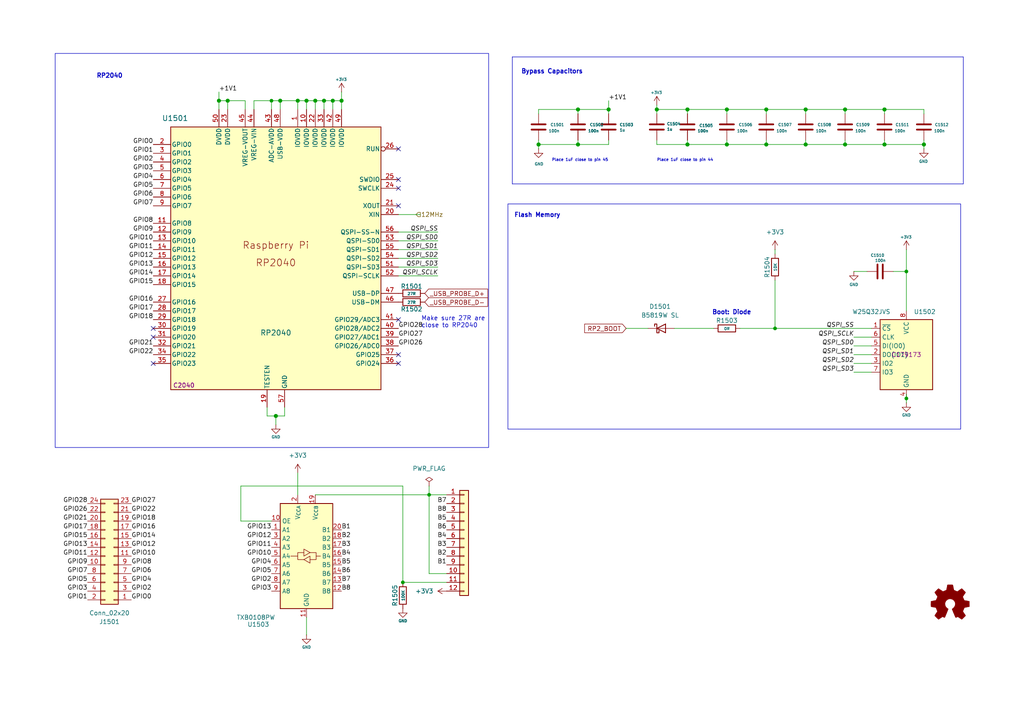
<source format=kicad_sch>
(kicad_sch (version 20231120) (generator "eeschema") (generator_version "8.0")
  (paper "A4")
  (title_block (title "Octoprobe tentacle") (date "2025-02-13") (rev "0.4") (company "Hans Märki, Märki Informatik") (comment 1 "The MIT License (MIT)"))
  (lib_symbols
    (symbol "00_project_library:C" (pin_numbers hide) (pin_names (offset 0.254))
      (property "Reference" "C" (at 0.635 2.54 0))
      (property "Value" "C" (at 0.635 -2.54 0))
      (symbol "C_0_1"
        (polyline (pts (xy -2.032 -0.762) (xy 2.032 -0.762)) (stroke (width 0.508)))
        (polyline (pts (xy -2.032 0.762) (xy 2.032 0.762)) (stroke (width 0.508)))
      )
      (symbol "C_1_1"
        (pin passive line (at 0 3.81 270) (length 2.794) (name "~") (number "1"))
        (pin passive line (at 0 -3.81 90) (length 2.794) (name "~") (number "2"))
      )
    )
    (symbol "00_project_library:RP2040" (pin_names (offset 0.254))
      (property "Reference" "U" (at 1.27 78.74 0))
      (property "Value" "RP2040" (at 30.48 16.51 0))
      (symbol "RP2040_0_0"
        (text "Raspberry Pi" (at 30.48 41.91 0) (effects (font (size 2 2))))
        (text "RP2040" (at 30.48 36.83 0) (effects (font (size 2 2))))
      )
      (symbol "RP2040_1_0"
        (rectangle (start 0 76.2) (end 60.96 0) (stroke (width 0.254)) (fill (type background)))
      )
      (symbol "RP2040_1_1"
        (pin power_in line (at 36.83 81.28 270) (length 5.08) (name "IOVDD") (number "1"))
        (pin power_in line (at 39.37 81.28 270) (length 5.08) (name "IOVDD") (number "10"))
        (pin bidirectional line (at -5.08 48.26 0) (length 5.08) (name "GPIO8") (number "11"))
        (pin bidirectional line (at -5.08 45.72 0) (length 5.08) (name "GPIO9") (number "12"))
        (pin bidirectional line (at -5.08 43.18 0) (length 5.08) (name "GPIO10") (number "13"))
        (pin bidirectional line (at -5.08 40.64 0) (length 5.08) (name "GPIO11") (number "14"))
        (pin bidirectional line (at -5.08 38.1 0) (length 5.08) (name "GPIO12") (number "15"))
        (pin bidirectional line (at -5.08 35.56 0) (length 5.08) (name "GPIO13") (number "16"))
        (pin bidirectional line (at -5.08 33.02 0) (length 5.08) (name "GPIO14") (number "17"))
        (pin bidirectional line (at -5.08 30.48 0) (length 5.08) (name "GPIO15") (number "18"))
        (pin input line (at 27.94 -5.08 90) (length 5.08) (name "TESTEN") (number "19"))
        (pin bidirectional line (at -5.08 71.12 0) (length 5.08) (name "GPIO0") (number "2"))
        (pin bidirectional line (at 66.04 50.8 180) (length 5.08) (name "XIN") (number "20"))
        (pin output line (at 66.04 53.34 180) (length 5.08) (name "XOUT") (number "21"))
        (pin power_in line (at 41.91 81.28 270) (length 5.08) (name "IOVDD") (number "22"))
        (pin power_in line (at 16.51 81.28 270) (length 5.08) (name "DVDD") (number "23"))
        (pin unspecified line (at 66.04 58.42 180) (length 5.08) (name "SWCLK") (number "24"))
        (pin unspecified line (at 66.04 60.96 180) (length 5.08) (name "SWDIO") (number "25"))
        (pin input inverted (at 66.04 69.85 180) (length 5.08) (name "RUN") (number "26"))
        (pin bidirectional line (at -5.08 25.4 0) (length 5.08) (name "GPIO16") (number "27"))
        (pin bidirectional line (at -5.08 22.86 0) (length 5.08) (name "GPIO17") (number "28"))
        (pin bidirectional line (at -5.08 20.32 0) (length 5.08) (name "GPIO18") (number "29"))
        (pin bidirectional line (at -5.08 68.58 0) (length 5.08) (name "GPIO1") (number "3"))
        (pin bidirectional line (at -5.08 17.78 0) (length 5.08) (name "GPIO19") (number "30"))
        (pin bidirectional line (at -5.08 15.24 0) (length 5.08) (name "GPIO20") (number "31"))
        (pin bidirectional line (at -5.08 12.7 0) (length 5.08) (name "GPIO21") (number "32"))
        (pin power_in line (at 44.45 81.28 270) (length 5.08) (name "IOVDD") (number "33"))
        (pin bidirectional line (at -5.08 10.16 0) (length 5.08) (name "GPIO22") (number "34"))
        (pin bidirectional line (at -5.08 7.62 0) (length 5.08) (name "GPIO23") (number "35"))
        (pin bidirectional line (at 66.04 7.62 180) (length 5.08) (name "GPIO24") (number "36"))
        (pin bidirectional line (at 66.04 10.16 180) (length 5.08) (name "GPIO25") (number "37"))
        (pin bidirectional line (at 66.04 12.7 180) (length 5.08) (name "GPIO26/ADC0") (number "38"))
        (pin bidirectional line (at 66.04 15.24 180) (length 5.08) (name "GPIO27/ADC1") (number "39"))
        (pin bidirectional line (at -5.08 66.04 0) (length 5.08) (name "GPIO2") (number "4"))
        (pin bidirectional line (at 66.04 17.78 180) (length 5.08) (name "GPIO28/ADC2") (number "40"))
        (pin bidirectional line (at 66.04 20.32 180) (length 5.08) (name "GPIO29/ADC3") (number "41"))
        (pin power_in line (at 46.99 81.28 270) (length 5.08) (name "IOVDD") (number "42"))
        (pin power_in line (at 29.21 81.28 270) (length 5.08) (name "ADC-AVDD") (number "43"))
        (pin power_in line (at 24.13 81.28 270) (length 5.08) (name "VREG-VIN") (number "44"))
        (pin power_out line (at 21.59 81.28 270) (length 5.08) (name "VREG-VOUT") (number "45"))
        (pin bidirectional line (at 66.04 25.4 180) (length 5.08) (name "USB-DM") (number "46"))
        (pin bidirectional line (at 66.04 27.94 180) (length 5.08) (name "USB-DP") (number "47"))
        (pin power_in line (at 31.75 81.28 270) (length 5.08) (name "USB-VDD") (number "48"))
        (pin power_in line (at 49.53 81.28 270) (length 5.08) (name "IOVDD") (number "49"))
        (pin bidirectional line (at -5.08 63.5 0) (length 5.08) (name "GPIO3") (number "5"))
        (pin power_in line (at 13.97 81.28 270) (length 5.08) (name "DVDD") (number "50"))
        (pin bidirectional line (at 66.04 35.56 180) (length 5.08) (name "QSPI-SD3") (number "51"))
        (pin bidirectional line (at 66.04 33.02 180) (length 5.08) (name "QSPI-SCLK") (number "52"))
        (pin bidirectional line (at 66.04 43.18 180) (length 5.08) (name "QSPI-SD0") (number "53"))
        (pin bidirectional line (at 66.04 38.1 180) (length 5.08) (name "QSPI-SD2") (number "54"))
        (pin bidirectional line (at 66.04 40.64 180) (length 5.08) (name "QSPI-SD1") (number "55"))
        (pin bidirectional line (at 66.04 45.72 180) (length 5.08) (name "QSPI-SS-N") (number "56"))
        (pin power_in line (at 33.02 -5.08 90) (length 5.08) (name "GND") (number "57"))
        (pin bidirectional line (at -5.08 60.96 0) (length 5.08) (name "GPIO4") (number "6"))
        (pin bidirectional line (at -5.08 58.42 0) (length 5.08) (name "GPIO5") (number "7"))
        (pin bidirectional line (at -5.08 55.88 0) (length 5.08) (name "GPIO6") (number "8"))
        (pin bidirectional line (at -5.08 53.34 0) (length 5.08) (name "GPIO7") (number "9"))
      )
    )
    (symbol "00_project_library:W25Q32JVS"
      (property "Reference" "U" (at -8.89 8.89 0))
      (property "Value" "W25Q32JVS" (at 8.89 12.7 0))
      (property "JLC" "C179173" (at 0 0 0))
      (symbol "W25Q32JVS_0_1"
        (rectangle (start -7.62 10.16) (end 7.62 -10.16) (stroke (width 0.254)) (fill (type background)))
      )
      (symbol "W25Q32JVS_1_1"
        (pin input line (at -10.16 7.62 0) (length 2.54) (name "~{CS}") (number "1"))
        (pin bidirectional line (at -10.16 0 0) (length 2.54) (name "DO(IO1)") (number "2"))
        (pin bidirectional line (at -10.16 -2.54 0) (length 2.54) (name "IO2") (number "3"))
        (pin power_in line (at 0 -12.7 90) (length 2.54) (name "GND") (number "4"))
        (pin bidirectional line (at -10.16 2.54 0) (length 2.54) (name "DI(IO0)") (number "5"))
        (pin input line (at -10.16 5.08 0) (length 2.54) (name "CLK") (number "6"))
        (pin bidirectional line (at -10.16 -5.08 0) (length 2.54) (name "IO3") (number "7"))
        (pin power_in line (at 0 12.7 270) (length 2.54) (name "VCC") (number "8"))
      )
    )
    (symbol "Connector_Generic:Conn_01x12" (pin_names (offset 1.016) hide)
      (property "Reference" "J" (at 0 15.24 0))
      (property "Value" "Conn_01x12" (at 0 -17.78 0))
      (symbol "Conn_01x12_1_1"
        (rectangle (start -1.27 -15.113) (end 0 -15.367) (stroke (width 0.1524)))
        (rectangle (start -1.27 -12.573) (end 0 -12.827) (stroke (width 0.1524)))
        (rectangle (start -1.27 -10.033) (end 0 -10.287) (stroke (width 0.1524)))
        (rectangle (start -1.27 -7.493) (end 0 -7.747) (stroke (width 0.1524)))
        (rectangle (start -1.27 -4.953) (end 0 -5.207) (stroke (width 0.1524)))
        (rectangle (start -1.27 -2.413) (end 0 -2.667) (stroke (width 0.1524)))
        (rectangle (start -1.27 0.127) (end 0 -0.127) (stroke (width 0.1524)))
        (rectangle (start -1.27 2.667) (end 0 2.413) (stroke (width 0.1524)))
        (rectangle (start -1.27 5.207) (end 0 4.953) (stroke (width 0.1524)))
        (rectangle (start -1.27 7.747) (end 0 7.493) (stroke (width 0.1524)))
        (rectangle (start -1.27 10.287) (end 0 10.033) (stroke (width 0.1524)))
        (rectangle (start -1.27 12.827) (end 0 12.573) (stroke (width 0.1524)))
        (rectangle (start -1.27 13.97) (end 1.27 -16.51) (stroke (width 0.254)) (fill (type background)))
        (pin passive line (at -5.08 12.7 0) (length 3.81) (name "Pin_1") (number "1"))
        (pin passive line (at -5.08 -10.16 0) (length 3.81) (name "Pin_10") (number "10"))
        (pin passive line (at -5.08 -12.7 0) (length 3.81) (name "Pin_11") (number "11"))
        (pin passive line (at -5.08 -15.24 0) (length 3.81) (name "Pin_12") (number "12"))
        (pin passive line (at -5.08 10.16 0) (length 3.81) (name "Pin_2") (number "2"))
        (pin passive line (at -5.08 7.62 0) (length 3.81) (name "Pin_3") (number "3"))
        (pin passive line (at -5.08 5.08 0) (length 3.81) (name "Pin_4") (number "4"))
        (pin passive line (at -5.08 2.54 0) (length 3.81) (name "Pin_5") (number "5"))
        (pin passive line (at -5.08 0 0) (length 3.81) (name "Pin_6") (number "6"))
        (pin passive line (at -5.08 -2.54 0) (length 3.81) (name "Pin_7") (number "7"))
        (pin passive line (at -5.08 -5.08 0) (length 3.81) (name "Pin_8") (number "8"))
        (pin passive line (at -5.08 -7.62 0) (length 3.81) (name "Pin_9") (number "9"))
      )
    )
    (symbol "Connector_Generic:Conn_02x12_Odd_Even" (pin_names (offset 1.016) hide)
      (property "Reference" "J" (at 1.27 15.24 0))
      (property "Value" "Conn_02x12_Odd_Even" (at 1.27 -17.78 0))
      (symbol "Conn_02x12_Odd_Even_1_1"
        (rectangle (start -1.27 -15.113) (end 0 -15.367) (stroke (width 0.1524)))
        (rectangle (start -1.27 -12.573) (end 0 -12.827) (stroke (width 0.1524)))
        (rectangle (start -1.27 -10.033) (end 0 -10.287) (stroke (width 0.1524)))
        (rectangle (start -1.27 -7.493) (end 0 -7.747) (stroke (width 0.1524)))
        (rectangle (start -1.27 -4.953) (end 0 -5.207) (stroke (width 0.1524)))
        (rectangle (start -1.27 -2.413) (end 0 -2.667) (stroke (width 0.1524)))
        (rectangle (start -1.27 0.127) (end 0 -0.127) (stroke (width 0.1524)))
        (rectangle (start -1.27 2.667) (end 0 2.413) (stroke (width 0.1524)))
        (rectangle (start -1.27 5.207) (end 0 4.953) (stroke (width 0.1524)))
        (rectangle (start -1.27 7.747) (end 0 7.493) (stroke (width 0.1524)))
        (rectangle (start -1.27 10.287) (end 0 10.033) (stroke (width 0.1524)))
        (rectangle (start -1.27 12.827) (end 0 12.573) (stroke (width 0.1524)))
        (rectangle (start -1.27 13.97) (end 3.81 -16.51) (stroke (width 0.254)) (fill (type background)))
        (rectangle (start 3.81 -15.113) (end 2.54 -15.367) (stroke (width 0.1524)))
        (rectangle (start 3.81 -12.573) (end 2.54 -12.827) (stroke (width 0.1524)))
        (rectangle (start 3.81 -10.033) (end 2.54 -10.287) (stroke (width 0.1524)))
        (rectangle (start 3.81 -7.493) (end 2.54 -7.747) (stroke (width 0.1524)))
        (rectangle (start 3.81 -4.953) (end 2.54 -5.207) (stroke (width 0.1524)))
        (rectangle (start 3.81 -2.413) (end 2.54 -2.667) (stroke (width 0.1524)))
        (rectangle (start 3.81 0.127) (end 2.54 -0.127) (stroke (width 0.1524)))
        (rectangle (start 3.81 2.667) (end 2.54 2.413) (stroke (width 0.1524)))
        (rectangle (start 3.81 5.207) (end 2.54 4.953) (stroke (width 0.1524)))
        (rectangle (start 3.81 7.747) (end 2.54 7.493) (stroke (width 0.1524)))
        (rectangle (start 3.81 10.287) (end 2.54 10.033) (stroke (width 0.1524)))
        (rectangle (start 3.81 12.827) (end 2.54 12.573) (stroke (width 0.1524)))
        (pin passive line (at -5.08 12.7 0) (length 3.81) (name "Pin_1") (number "1"))
        (pin passive line (at 7.62 2.54 180) (length 3.81) (name "Pin_10") (number "10"))
        (pin passive line (at -5.08 0 0) (length 3.81) (name "Pin_11") (number "11"))
        (pin passive line (at 7.62 0 180) (length 3.81) (name "Pin_12") (number "12"))
        (pin passive line (at -5.08 -2.54 0) (length 3.81) (name "Pin_13") (number "13"))
        (pin passive line (at 7.62 -2.54 180) (length 3.81) (name "Pin_14") (number "14"))
        (pin passive line (at -5.08 -5.08 0) (length 3.81) (name "Pin_15") (number "15"))
        (pin passive line (at 7.62 -5.08 180) (length 3.81) (name "Pin_16") (number "16"))
        (pin passive line (at -5.08 -7.62 0) (length 3.81) (name "Pin_17") (number "17"))
        (pin passive line (at 7.62 -7.62 180) (length 3.81) (name "Pin_18") (number "18"))
        (pin passive line (at -5.08 -10.16 0) (length 3.81) (name "Pin_19") (number "19"))
        (pin passive line (at 7.62 12.7 180) (length 3.81) (name "Pin_2") (number "2"))
        (pin passive line (at 7.62 -10.16 180) (length 3.81) (name "Pin_20") (number "20"))
        (pin passive line (at -5.08 -12.7 0) (length 3.81) (name "Pin_21") (number "21"))
        (pin passive line (at 7.62 -12.7 180) (length 3.81) (name "Pin_22") (number "22"))
        (pin passive line (at -5.08 -15.24 0) (length 3.81) (name "Pin_23") (number "23"))
        (pin passive line (at 7.62 -15.24 180) (length 3.81) (name "Pin_24") (number "24"))
        (pin passive line (at -5.08 10.16 0) (length 3.81) (name "Pin_3") (number "3"))
        (pin passive line (at 7.62 10.16 180) (length 3.81) (name "Pin_4") (number "4"))
        (pin passive line (at -5.08 7.62 0) (length 3.81) (name "Pin_5") (number "5"))
        (pin passive line (at 7.62 7.62 180) (length 3.81) (name "Pin_6") (number "6"))
        (pin passive line (at -5.08 5.08 0) (length 3.81) (name "Pin_7") (number "7"))
        (pin passive line (at 7.62 5.08 180) (length 3.81) (name "Pin_8") (number "8"))
        (pin passive line (at -5.08 2.54 0) (length 3.81) (name "Pin_9") (number "9"))
      )
    )
    (symbol "Device:D_Schottky" (pin_numbers hide) (pin_names (offset 1.016) hide)
      (property "Reference" "D" (at 0 2.54 0))
      (property "Value" "D_Schottky" (at 0 -2.54 0))
      (symbol "D_Schottky_0_1"
        (polyline (pts (xy 1.27 0) (xy -1.27 0)))
        (polyline (pts (xy 1.27 1.27) (xy 1.27 -1.27) (xy -1.27 0) (xy 1.27 1.27)) (stroke (width 0.254)))
        (polyline (pts (xy -1.905 0.635) (xy -1.905 1.27) (xy -1.27 1.27) (xy -1.27 -1.27) (xy -0.635 -1.27) (xy -0.635 -0.635)) (stroke (width 0.254)))
      )
      (symbol "D_Schottky_1_1"
        (pin passive line (at -3.81 0 0) (length 2.54) (name "K") (number "1"))
        (pin passive line (at 3.81 0 180) (length 2.54) (name "A") (number "2"))
      )
    )
    (symbol "Device:R" (pin_numbers hide) (pin_names (offset 0))
      (property "Reference" "R" (at 2.032 0 90))
      (property "Value" "R" (at 0 0 90))
      (symbol "R_0_1"
        (rectangle (start -1.016 -2.54) (end 1.016 2.54) (stroke (width 0.254)))
      )
      (symbol "R_1_1"
        (pin passive line (at 0 3.81 270) (length 1.27) (name "~") (number "1"))
        (pin passive line (at 0 -3.81 90) (length 1.27) (name "~") (number "2"))
      )
    )
    (symbol "Graphic:Logo_Open_Hardware_Small" (in_bom no) (on_board no)
      (symbol "Logo_Open_Hardware_Small_0_1"
        (polyline (pts (xy 3.3528 -4.3434) (xy 3.302 -4.318) (xy 3.175 -4.2418) (xy 2.9972 -4.1148) (xy 2.7686 -3.9624) (xy 2.54 -3.81) (xy 2.3622 -3.7084) (xy 2.2352 -3.6068) (xy 2.1844 -3.5814) (xy 2.159 -3.6068) (xy 2.0574 -3.6576) (xy 1.905 -3.7338) (xy 1.8034 -3.7846) (xy 1.6764 -3.8354) (xy 1.6002 -3.8354) (xy 1.6002 -3.8354) (xy 1.5494 -3.7338) (xy 1.4732 -3.5306) (xy 1.3462 -3.302) (xy 1.2446 -3.0226) (xy 1.1176 -2.7178) (xy 0.9652 -2.413) (xy 0.8636 -2.1082) (xy 0.7366 -1.8288) (xy 0.6604 -1.6256) (xy 0.6096 -1.4732) (xy 0.5842 -1.397) (xy 0.5842 -1.397) (xy 0.6604 -1.3208) (xy 0.7874 -1.2446) (xy 1.0414 -1.016) (xy 1.2954 -0.6858) (xy 1.4478 -0.3302) (xy 1.524 0.0762) (xy 1.4732 0.4572) (xy 1.3208 0.8128) (xy 1.0668 1.143) (xy 0.762 1.3716) (xy 0.4064 1.524) (xy 0 1.5748) (xy -0.381 1.5494) (xy -0.7366 1.397) (xy -1.0668 1.143) (xy -1.2192 0.9906) (xy -1.397 0.6604) (xy -1.524 0.3048) (xy -1.524 0.2286) (xy -1.4986 -0.1778) (xy -1.397 -0.5334) (xy -1.1938 -0.8636) (xy -0.9144 -1.143) (xy -0.8636 -1.1684) (xy -0.7366 -1.27) (xy -0.635 -1.3462) (xy -0.5842 -1.397) (xy -1.0668 -2.5908) (xy -1.143 -2.794) (xy -1.2954 -3.1242) (xy -1.397 -3.4036) (xy -1.4986 -3.6322) (xy -1.5748 -3.7846) (xy -1.6002 -3.8354) (xy -1.6002 -3.8354) (xy -1.651 -3.8354) (xy -1.7272 -3.81) (xy -1.905 -3.7338) (xy -2.0066 -3.683) (xy -2.1336 -3.6068) (xy -2.2098 -3.5814) (xy -2.2606 -3.6068) (xy -2.3622 -3.683) (xy -2.54 -3.81) (xy -2.7686 -3.9624) (xy -2.9718 -4.0894) (xy -3.1496 -4.2164) (xy -3.302 -4.318) (xy -3.3528 -4.3434) (xy -3.3782 -4.3434) (xy -3.429 -4.318) (xy -3.5306 -4.2164) (xy -3.7084 -4.064) (xy -3.937 -3.8354) (xy -3.9624 -3.81) (xy -4.1656 -3.6068) (xy -4.318 -3.4544) (xy -4.4196 -3.3274) (xy -4.445 -3.2766) (xy -4.445 -3.2766) (xy -4.4196 -3.2258) (xy -4.318 -3.0734) (xy -4.2164 -2.8956) (xy -4.064 -2.667) (xy -3.6576 -2.0828) (xy -3.8862 -1.5494) (xy -3.937 -1.3716) (xy -4.0386 -1.1684) (xy -4.0894 -1.0414) (xy -4.1148 -0.9652) (xy -4.191 -0.9398) (xy -4.318 -0.9144) (xy -4.5466 -0.8636) (xy -4.8006 -0.8128) (xy -5.0546 -0.7874) (xy -5.2578 -0.7366) (xy -5.4356 -0.7112) (xy -5.5118 -0.6858) (xy -5.5118 -0.6858) (xy -5.5372 -0.635) (xy -5.5372 -0.5588) (xy -5.5372 -0.4318) (xy -5.5626 -0.2286) (xy -5.5626 0.0762) (xy -5.5626 0.127) (xy -5.5372 0.4064) (xy -5.5372 0.635) (xy -5.5372 0.762) (xy -5.5372 0.8382) (xy -5.5372 0.8382) (xy -5.461 0.8382) (xy -5.3086 0.889) (xy -5.08 0.9144) (xy -4.826 0.9652) (xy -4.8006 0.9906) (xy -4.5466 1.0414) (xy -4.318 1.0668) (xy -4.1656 1.1176) (xy -4.0894 1.143) (xy -4.0894 1.143) (xy -4.0386 1.2446) (xy -3.9624 1.4224) (xy -3.8608 1.6256) (xy -3.7846 1.8288) (xy -3.7084 2.0066) (xy -3.6576 2.159) (xy -3.6322 2.2098) (xy -3.6322 2.2098) (xy -3.683 2.286) (xy -3.7592 2.413) (xy -3.8862 2.5908) (xy -4.064 2.8194) (xy -4.064 2.8448) (xy -4.2164 3.0734) (xy -4.3434 3.2512) (xy -4.4196 3.3782) (xy -4.445 3.4544) (xy -4.445 3.4544) (xy -4.3942 3.5052) (xy -4.2926 3.6322) (xy -4.1148 3.81) (xy -3.937 4.0132) (xy -3.8608 4.064) (xy -3.6576 4.2926) (xy -3.5052 4.4196) (xy -3.4036 4.4958) (xy -3.3528 4.5212) (xy -3.3528 4.5212) (xy -3.302 4.4704) (xy -3.1496 4.3688) (xy -2.9718 4.2418) (xy -2.7432 4.0894) (xy -2.7178 4.0894) (xy -2.4892 3.937) (xy -2.3114 3.81) (xy -2.1844 3.7084) (xy -2.1336 3.683) (xy -2.1082 3.683) (xy -2.032 3.7084) (xy -1.8542 3.7592) (xy -1.6764 3.8354) (xy -1.4732 3.937) (xy -1.27 4.0132) (xy -1.143 4.064) (xy -1.0668 4.1148) (xy -1.0668 4.1148) (xy -1.0414 4.191) (xy -1.016 4.3434) (xy -0.9652 4.572) (xy -0.9144 4.8514) (xy -0.889 4.9022) (xy -0.8382 5.1562) (xy -0.8128 5.3848) (xy -0.7874 5.5372) (xy -0.762 5.588) (xy -0.7112 5.6134) (xy -0.5842 5.6134) (xy -0.4064 5.6134) (xy -0.1524 5.6134) (xy 0.0762 5.6134) (xy 0.3302 5.6134) (xy 0.5334 5.6134) (xy 0.6858 5.588) (xy 0.7366 5.588) (xy 0.7366 5.588) (xy 0.762 5.5118) (xy 0.8128 5.334) (xy 0.8382 5.1054) (xy 0.9144 4.826) (xy 0.9144 4.7752) (xy 0.9652 4.5212) (xy 1.016 4.2926) (xy 1.0414 4.1402) (xy 1.0668 4.0894) (xy 1.0668 4.0894) (xy 1.1938 4.0386) (xy 1.3716 3.9624) (xy 1.5748 3.8608) (xy 2.0828 3.6576) (xy 2.7178 4.0894) (xy 2.7686 4.1402) (xy 2.9972 4.2926) (xy 3.175 4.4196) (xy 3.302 4.4958) (xy 3.3782 4.5212) (xy 3.3782 4.5212) (xy 3.429 4.4704) (xy 3.556 4.3434) (xy 3.7338 4.191) (xy 3.9116 3.9878) (xy 4.064 3.8354) (xy 4.2418 3.6576) (xy 4.3434 3.556) (xy 4.4196 3.4798) (xy 4.4196 3.429) (xy 4.4196 3.4036) (xy 4.3942 3.3274) (xy 4.2926 3.2004) (xy 4.1656 2.9972) (xy 4.0132 2.794) (xy 3.8862 2.5908) (xy 3.7592 2.3876) (xy 3.6576 2.2352) (xy 3.6322 2.159) (xy 3.6322 2.1336) (xy 3.683 2.0066) (xy 3.7592 1.8288) (xy 3.8608 1.6002) (xy 4.064 1.1176) (xy 4.3942 1.0414) (xy 4.5974 1.016) (xy 4.8768 0.9652) (xy 5.1308 0.9144) (xy 5.5372 0.8382) (xy 5.5626 -0.6604) (xy 5.4864 -0.6858) (xy 5.4356 -0.6858) (xy 5.2832 -0.7366) (xy 5.0546 -0.762) (xy 4.8006 -0.8128) (xy 4.5974 -0.8636) (xy 4.3688 -0.9144) (xy 4.2164 -0.9398) (xy 4.1402 -0.9398) (xy 4.1148 -0.9652) (xy 4.064 -1.0668) (xy 3.9878 -1.2446) (xy 3.9116 -1.4478) (xy 3.81 -1.651) (xy 3.7338 -1.8542) (xy 3.683 -2.0066) (xy 3.6576 -2.0828) (xy 3.683 -2.1336) (xy 3.7846 -2.2606) (xy 3.8862 -2.4638) (xy 4.0386 -2.667) (xy 4.191 -2.8956) (xy 4.318 -3.0734) (xy 4.3942 -3.2004) (xy 4.445 -3.2766) (xy 4.4196 -3.3274) (xy 4.3434 -3.429) (xy 4.1656 -3.5814) (xy 3.937 -3.8354) (xy 3.8862 -3.8608) (xy 3.683 -4.064) (xy 3.5306 -4.2164) (xy 3.4036 -4.318) (xy 3.3528 -4.3434)) (fill (type outline)))
      )
    )
    (symbol "Logic_LevelTranslator:TXB0108PW"
      (property "Reference" "U" (at -6.35 16.51 0))
      (property "Value" "TXB0108PW" (at 3.81 16.51 0))
      (symbol "TXB0108PW_0_1"
        (rectangle (start -7.62 15.24) (end 7.62 -15.24) (stroke (width 0.254)) (fill (type background)))
        (polyline (pts (xy -2.54 0) (xy -2.54 1.016) (xy -0.762 1.016)))
        (polyline (pts (xy 2.794 0) (xy 2.794 -1.016) (xy 1.016 -1.016)))
        (polyline (pts (xy -0.762 -1.016) (xy -2.54 -1.016) (xy -2.54 0) (xy -4.572 0)))
        (polyline (pts (xy -0.762 -1.016) (xy 1.016 0) (xy 1.016 -2.032) (xy -0.762 -1.016)))
        (polyline (pts (xy 1.016 1.016) (xy -0.762 0) (xy -0.762 2.032) (xy 1.016 1.016)))
        (polyline (pts (xy 1.016 1.016) (xy 2.794 1.016) (xy 2.794 0) (xy 4.064 0)))
      )
      (symbol "TXB0108PW_1_1"
        (pin bidirectional line (at -10.16 7.62 0) (length 2.54) (name "A1") (number "1"))
        (pin input line (at -10.16 10.16 0) (length 2.54) (name "OE") (number "10"))
        (pin power_in line (at 0 -17.78 90) (length 2.54) (name "GND") (number "11"))
        (pin bidirectional line (at 10.16 -10.16 180) (length 2.54) (name "B8") (number "12"))
        (pin bidirectional line (at 10.16 -7.62 180) (length 2.54) (name "B7") (number "13"))
        (pin bidirectional line (at 10.16 -5.08 180) (length 2.54) (name "B6") (number "14"))
        (pin bidirectional line (at 10.16 -2.54 180) (length 2.54) (name "B5") (number "15"))
        (pin bidirectional line (at 10.16 0 180) (length 2.54) (name "B4") (number "16"))
        (pin bidirectional line (at 10.16 2.54 180) (length 2.54) (name "B3") (number "17"))
        (pin bidirectional line (at 10.16 5.08 180) (length 2.54) (name "B2") (number "18"))
        (pin power_in line (at 2.54 17.78 270) (length 2.54) (name "V_{CCB}") (number "19"))
        (pin power_in line (at -2.54 17.78 270) (length 2.54) (name "V_{CCA}") (number "2"))
        (pin bidirectional line (at 10.16 7.62 180) (length 2.54) (name "B1") (number "20"))
        (pin bidirectional line (at -10.16 5.08 0) (length 2.54) (name "A2") (number "3"))
        (pin bidirectional line (at -10.16 2.54 0) (length 2.54) (name "A3") (number "4"))
        (pin bidirectional line (at -10.16 0 0) (length 2.54) (name "A4") (number "5"))
        (pin bidirectional line (at -10.16 -2.54 0) (length 2.54) (name "A5") (number "6"))
        (pin bidirectional line (at -10.16 -5.08 0) (length 2.54) (name "A6") (number "7"))
        (pin bidirectional line (at -10.16 -7.62 0) (length 2.54) (name "A7") (number "8"))
        (pin bidirectional line (at -10.16 -10.16 0) (length 2.54) (name "A8") (number "9"))
      )
    )
    (symbol "power:+3V3" (power) (pin_numbers hide) (pin_names (offset 0) hide)
      (property "Value" "+3V3" (at 0 3.556 0))
      (symbol "+3V3_0_1"
        (polyline (pts (xy -0.762 1.27) (xy 0 2.54)))
        (polyline (pts (xy 0 0) (xy 0 2.54)))
        (polyline (pts (xy 0 2.54) (xy 0.762 1.27)))
      )
      (symbol "+3V3_1_1"
        (pin power_in line (at 0 0 90) (length 0) (name "~") (number "1"))
      )
    )
    (symbol "power:GND" (power) (pin_numbers hide) (pin_names (offset 0) hide)
      (property "Value" "GND" (at 0 -3.81 0))
      (symbol "GND_0_1"
        (polyline (pts (xy 0 0) (xy 0 -1.27) (xy 1.27 -1.27) (xy 0 -2.54) (xy -1.27 -1.27) (xy 0 -1.27)))
      )
      (symbol "GND_1_1"
        (pin power_in line (at 0 0 270) (length 0) (name "~") (number "1"))
      )
    )
    (symbol "power:PWR_FLAG" (power) (pin_numbers hide) (pin_names (offset 0) hide)
      (property "Value" "PWR_FLAG" (at 0 3.81 0))
      (symbol "PWR_FLAG_0_0"
        (pin power_out line (at 0 0 90) (length 0) (name "~") (number "1"))
      )
      (symbol "PWR_FLAG_0_1"
        (polyline (pts (xy 0 0) (xy 0 1.27) (xy -1.016 1.905) (xy 0 2.54) (xy 1.016 1.905) (xy 0 1.27)))
      )
    )
  )
  (junction (at 91.44 29.21) (diameter 1.016))
  (junction (at 80.01 120.65) (diameter 1.016))
  (junction (at 262.89 78.74))
  (junction (at 176.53 31.75) (diameter 1.016))
  (junction (at 262.89 115.57))
  (junction (at 99.06 29.21) (diameter 1.016))
  (junction (at 222.25 31.75) (diameter 1.016))
  (junction (at 156.21 41.91) (diameter 1.016))
  (junction (at 78.74 29.21))
  (junction (at 233.68 31.75) (diameter 1.016))
  (junction (at 63.5 29.21) (diameter 1.016))
  (junction (at 222.25 41.91) (diameter 1.016))
  (junction (at 245.11 31.75) (diameter 1.016))
  (junction (at 88.9 29.21) (diameter 1.016))
  (junction (at 167.64 41.91) (diameter 1.016))
  (junction (at 81.28 29.21) (diameter 1.016))
  (junction (at 210.82 31.75) (diameter 1.016))
  (junction (at 190.5 31.75) (diameter 1.016))
  (junction (at 267.97 41.91) (diameter 1.016))
  (junction (at 96.52 29.21) (diameter 1.016))
  (junction (at 86.36 29.21) (diameter 1.016))
  (junction (at 116.84 168.91))
  (junction (at 124.46 143.51))
  (junction (at 66.04 29.21) (diameter 1.016))
  (junction (at 224.79 95.25))
  (junction (at 256.54 31.75) (diameter 1.016))
  (junction (at 199.39 41.91) (diameter 1.016))
  (junction (at 210.82 41.91) (diameter 1.016))
  (junction (at 256.54 41.91) (diameter 1.016))
  (junction (at 93.98 29.21) (diameter 1.016))
  (junction (at 233.68 41.91) (diameter 1.016))
  (junction (at 245.11 41.91) (diameter 1.016))
  (junction (at 167.64 31.75) (diameter 1.016))
  (junction (at 199.39 31.75) (diameter 1.016))
  (no_connect (at 44.45 95.25))
  (no_connect (at 44.45 105.41))
  (no_connect (at 115.57 105.41))
  (no_connect (at 115.57 102.87))
  (no_connect (at 115.57 52.07))
  (no_connect (at 115.57 59.69))
  (no_connect (at 115.57 92.71))
  (no_connect (at 115.57 54.61))
  (no_connect (at 115.57 43.18))
  (no_connect (at 44.45 97.79))
  (wire (pts (xy 86.36 137.16) (xy 86.36 143.51)))
  (wire (pts (xy 99.06 31.75) (xy 99.06 29.21)))
  (wire (pts (xy 91.44 143.51) (xy 124.46 143.51)))
  (wire (pts (xy 115.57 69.85) (xy 127 69.85)))
  (wire (pts (xy 80.01 120.65) (xy 82.55 120.65)))
  (wire (pts (xy 82.55 120.65) (xy 82.55 118.11)))
  (wire (pts (xy 91.44 29.21) (xy 93.98 29.21)))
  (wire (pts (xy 116.84 168.91) (xy 129.54 168.91)))
  (wire (pts (xy 81.28 31.75) (xy 81.28 29.21)))
  (wire (pts (xy 222.25 41.91) (xy 210.82 41.91)))
  (wire (pts (xy 96.52 29.21) (xy 99.06 29.21)))
  (wire (pts (xy 93.98 29.21) (xy 96.52 29.21)))
  (wire (pts (xy 256.54 33.02) (xy 256.54 31.75)))
  (wire (pts (xy 262.89 78.74) (xy 262.89 90.17)))
  (wire (pts (xy 124.46 143.51) (xy 129.54 143.51)))
  (wire (pts (xy 199.39 40.64) (xy 199.39 41.91)))
  (wire (pts (xy 115.57 62.23) (xy 121.92 62.23)))
  (wire (pts (xy 252.73 105.41) (xy 247.65 105.41)))
  (wire (pts (xy 233.68 33.02) (xy 233.68 31.75)))
  (polyline (pts (xy 148.59 16.51) (xy 148.59 53.34)))
  (wire (pts (xy 190.5 31.75) (xy 190.5 33.02)))
  (wire (pts (xy 167.64 41.91) (xy 167.64 40.64)))
  (wire (pts (xy 256.54 31.75) (xy 267.97 31.75)))
  (wire (pts (xy 262.89 115.57) (xy 262.89 116.84)))
  (wire (pts (xy 115.57 67.31) (xy 127 67.31)))
  (wire (pts (xy 199.39 31.75) (xy 210.82 31.75)))
  (wire (pts (xy 78.74 31.75) (xy 78.74 29.21)))
  (wire (pts (xy 256.54 41.91) (xy 245.11 41.91)))
  (wire (pts (xy 224.79 95.25) (xy 252.73 95.25)))
  (wire (pts (xy 80.01 123.19) (xy 80.01 120.65)))
  (wire (pts (xy 252.73 100.33) (xy 247.65 100.33)))
  (polyline (pts (xy 279.4 53.34) (xy 148.59 53.34)))
  (wire (pts (xy 190.5 40.64) (xy 190.5 41.91)))
  (wire (pts (xy 245.11 41.91) (xy 233.68 41.91)))
  (wire (pts (xy 245.11 40.64) (xy 245.11 41.91)))
  (wire (pts (xy 69.85 151.13) (xy 78.74 151.13)))
  (wire (pts (xy 156.21 41.91) (xy 167.64 41.91)))
  (wire (pts (xy 247.65 78.74) (xy 251.46 78.74)))
  (wire (pts (xy 88.9 29.21) (xy 91.44 29.21)))
  (wire (pts (xy 115.57 72.39) (xy 127 72.39)))
  (wire (pts (xy 78.74 29.21) (xy 81.28 29.21)))
  (wire (pts (xy 93.98 31.75) (xy 93.98 29.21)))
  (wire (pts (xy 245.11 31.75) (xy 256.54 31.75)))
  (wire (pts (xy 267.97 41.91) (xy 267.97 43.18)))
  (wire (pts (xy 63.5 26.67) (xy 63.5 29.21)))
  (wire (pts (xy 66.04 31.75) (xy 66.04 29.21)))
  (wire (pts (xy 77.47 120.65) (xy 77.47 118.11)))
  (wire (pts (xy 86.36 31.75) (xy 86.36 29.21)))
  (wire (pts (xy 245.11 33.02) (xy 245.11 31.75)))
  (wire (pts (xy 224.79 81.28) (xy 224.79 95.25)))
  (wire (pts (xy 252.73 97.79) (xy 247.65 97.79)))
  (wire (pts (xy 267.97 33.02) (xy 267.97 31.75)))
  (wire (pts (xy 176.53 29.21) (xy 176.53 31.75)))
  (wire (pts (xy 73.66 31.75) (xy 73.66 29.21)))
  (wire (pts (xy 259.08 78.74) (xy 262.89 78.74)))
  (wire (pts (xy 190.5 31.75) (xy 199.39 31.75)))
  (wire (pts (xy 190.5 41.91) (xy 199.39 41.91)))
  (wire (pts (xy 262.89 72.39) (xy 262.89 78.74)))
  (wire (pts (xy 195.58 95.25) (xy 207.01 95.25)))
  (wire (pts (xy 69.85 140.97) (xy 116.84 140.97)))
  (wire (pts (xy 91.44 31.75) (xy 91.44 29.21)))
  (wire (pts (xy 86.36 29.21) (xy 88.9 29.21)))
  (wire (pts (xy 96.52 29.21) (xy 96.52 31.75)))
  (wire (pts (xy 267.97 40.64) (xy 267.97 41.91)))
  (wire (pts (xy 210.82 40.64) (xy 210.82 41.91)))
  (wire (pts (xy 262.89 114.3) (xy 262.89 115.57)))
  (wire (pts (xy 156.21 31.75) (xy 167.64 31.75)))
  (wire (pts (xy 71.12 29.21) (xy 66.04 29.21)))
  (wire (pts (xy 181.61 95.25) (xy 187.96 95.25)))
  (wire (pts (xy 124.46 143.51) (xy 124.46 166.37)))
  (wire (pts (xy 176.53 31.75) (xy 176.53 33.02)))
  (wire (pts (xy 124.46 166.37) (xy 129.54 166.37)))
  (wire (pts (xy 69.85 151.13) (xy 69.85 140.97)))
  (wire (pts (xy 252.73 107.95) (xy 247.65 107.95)))
  (wire (pts (xy 214.63 95.25) (xy 224.79 95.25)))
  (wire (pts (xy 233.68 40.64) (xy 233.68 41.91)))
  (wire (pts (xy 73.66 29.21) (xy 78.74 29.21)))
  (wire (pts (xy 156.21 41.91) (xy 156.21 43.18)))
  (wire (pts (xy 233.68 41.91) (xy 222.25 41.91)))
  (wire (pts (xy 224.79 72.39) (xy 224.79 73.66)))
  (wire (pts (xy 233.68 31.75) (xy 245.11 31.75)))
  (wire (pts (xy 210.82 33.02) (xy 210.82 31.75)))
  (wire (pts (xy 124.46 140.97) (xy 124.46 143.51)))
  (polyline (pts (xy 148.59 16.51) (xy 279.4 16.51)))
  (wire (pts (xy 167.64 31.75) (xy 176.53 31.75)))
  (wire (pts (xy 88.9 31.75) (xy 88.9 29.21)))
  (wire (pts (xy 176.53 41.91) (xy 167.64 41.91)))
  (wire (pts (xy 116.84 140.97) (xy 116.84 168.91)))
  (wire (pts (xy 81.28 29.21) (xy 86.36 29.21)))
  (wire (pts (xy 222.25 31.75) (xy 233.68 31.75)))
  (wire (pts (xy 252.73 102.87) (xy 247.65 102.87)))
  (wire (pts (xy 222.25 40.64) (xy 222.25 41.91)))
  (wire (pts (xy 63.5 29.21) (xy 63.5 31.75)))
  (wire (pts (xy 88.9 184.15) (xy 88.9 179.07)))
  (wire (pts (xy 80.01 120.65) (xy 77.47 120.65)))
  (wire (pts (xy 63.5 29.21) (xy 66.04 29.21)))
  (wire (pts (xy 167.64 33.02) (xy 167.64 31.75)))
  (wire (pts (xy 210.82 41.91) (xy 199.39 41.91)))
  (wire (pts (xy 256.54 41.91) (xy 267.97 41.91)))
  (wire (pts (xy 156.21 40.64) (xy 156.21 41.91)))
  (polyline (pts (xy 279.4 16.51) (xy 279.4 53.34)))
  (wire (pts (xy 99.06 26.67) (xy 99.06 29.21)))
  (wire (pts (xy 115.57 80.01) (xy 127 80.01)))
  (wire (pts (xy 256.54 40.64) (xy 256.54 41.91)))
  (wire (pts (xy 115.57 77.47) (xy 127 77.47)))
  (wire (pts (xy 190.5 30.48) (xy 190.5 31.75)))
  (wire (pts (xy 71.12 31.75) (xy 71.12 29.21)))
  (wire (pts (xy 176.53 40.64) (xy 176.53 41.91)))
  (wire (pts (xy 156.21 33.02) (xy 156.21 31.75)))
  (wire (pts (xy 210.82 31.75) (xy 222.25 31.75)))
  (wire (pts (xy 222.25 33.02) (xy 222.25 31.75)))
  (wire (pts (xy 199.39 33.02) (xy 199.39 31.75)))
  (wire (pts (xy 115.57 74.93) (xy 127 74.93)))
  (rectangle (start 147.32 59.1509) (end 278.638 124.46))
  (rectangle (start 16.002 15.494) (end 141.732 129.794))
  (text "Make sure 27R are\nclose to RP2040" (at 122.174 95.25 0) (effects (font (size 1.27 1.27)) (justify left bottom)))
  (text "RP2040" (at 27.94 22.86 0) (effects (font (size 1.27 1.27) (thickness 0.254) (bold yes)) (justify left bottom)))
  (text "Place 1uF close to pin 44" (at 190.5 46.99 0) (effects (font (size 0.8 0.8)) (justify left bottom)))
  (text "Place 1uF close to pin 45" (at 160.02 46.99 0) (effects (font (size 0.8 0.8)) (justify left bottom)))
  (text "Boot: Diode" (at 206.502 91.44 0) (effects (font (size 1.27 1.27) (thickness 0.254) (bold yes)) (justify left bottom)))
  (text "Flash Memory" (at 149.098 63.246 0) (effects (font (size 1.27 1.27) (thickness 0.254) (bold yes)) (justify left bottom)))
  (text "Bypass Capacitors" (at 151.13 21.59 0) (effects (font (size 1.27 1.27) (thickness 0.254) (bold yes)) (justify left bottom)))
  (label "GPIO12" (at 38.1 158.75 0))
  (label "QSPI_SS" (at 247.65 95.25 180) (effects (font (italic yes))))
  (label "QSPI_SCLK" (at 127 80.01 180) (effects (font (italic yes))))
  (label "GPIO14" (at 44.45 80.01 180))
  (label "GPIO27" (at 38.1 146.05 0))
  (label "B1" (at 129.54 163.83 180))
  (label "+1V1" (at 63.5 26.67 0))
  (label "GPIO9" (at 44.45 67.31 180))
  (label "GPIO28" (at 115.57 95.25 0))
  (label "GPIO18" (at 44.45 92.71 180))
  (label "GPIO2" (at 44.45 46.99 180))
  (label "GPIO5" (at 78.74 166.37 180))
  (label "QSPI_SD1" (at 247.65 102.87 180) (effects (font (italic yes))))
  (label "B3" (at 99.06 158.75 0))
  (label "GPIO22" (at 44.45 102.87 180))
  (label "QSPI_SD1" (at 127 72.39 180) (effects (font (italic yes))))
  (label "QSPI_SD3" (at 247.65 107.95 180) (effects (font (italic yes))))
  (label "GPIO7" (at 44.45 59.69 180))
  (label "B7" (at 129.54 146.05 180))
  (label "GPIO27" (at 115.57 97.79 0))
  (label "GPIO6" (at 38.1 166.37 0))
  (label "GPIO10" (at 78.74 161.29 180))
  (label "B4" (at 99.06 161.29 0))
  (label "QSPI_SD2" (at 127 74.93 180) (effects (font (italic yes))))
  (label "GPIO0" (at 44.45 41.91 180))
  (label "GPIO3" (at 78.74 171.45 180))
  (label "GPIO15" (at 44.45 82.55 180))
  (label "GPIO12" (at 44.45 74.93 180))
  (label "QSPI_SS" (at 127 67.31 180) (effects (font (italic yes))))
  (label "GPIO11" (at 44.45 72.39 180))
  (label "GPIO9" (at 25.4 163.83 180))
  (label "GPIO16" (at 44.45 87.63 180))
  (label "B1" (at 99.06 153.67 0))
  (label "B2" (at 129.54 161.29 180))
  (label "GPIO16" (at 38.1 153.67 0))
  (label "GPIO11" (at 25.4 161.29 180))
  (label "B6" (at 129.54 153.67 180))
  (label "GPIO3" (at 25.4 171.45 180))
  (label "B3" (at 129.54 158.75 180))
  (label "GPIO8" (at 38.1 163.83 0))
  (label "GPIO4" (at 44.45 52.07 180))
  (label "GPIO26" (at 115.57 100.33 0))
  (label "GPIO21" (at 44.45 100.33 180))
  (label "QSPI_SD2" (at 247.65 105.41 180) (effects (font (italic yes))))
  (label "GPIO17" (at 44.45 90.17 180))
  (label "B6" (at 99.06 166.37 0))
  (label "GPIO7" (at 25.4 166.37 180))
  (label "GPIO18" (at 38.1 151.13 0))
  (label "GPIO1" (at 25.4 173.99 180))
  (label "+1V1" (at 176.53 29.21 0))
  (label "GPIO6" (at 44.45 57.15 180))
  (label "GPIO28" (at 25.4 146.05 180))
  (label "QSPI_SD3" (at 127 77.47 180) (effects (font (italic yes))))
  (label "GPIO13" (at 44.45 77.47 180))
  (label "GPIO10" (at 38.1 161.29 0))
  (label "GPIO13" (at 25.4 158.75 180))
  (label "GPIO5" (at 44.45 54.61 180))
  (label "GPIO5" (at 25.4 168.91 180))
  (label "B7" (at 99.06 168.91 0))
  (label "QSPI_SD0" (at 247.65 100.33 180) (effects (font (italic yes))))
  (label "GPIO8" (at 44.45 64.77 180))
  (label "GPIO4" (at 38.1 168.91 0))
  (label "QSPI_SD0" (at 127 69.85 180) (effects (font (italic yes))))
  (label "GPIO12" (at 78.74 156.21 180))
  (label "GPIO21" (at 25.4 151.13 180))
  (label "B8" (at 99.06 171.45 0))
  (label "GPIO1" (at 44.45 44.45 180))
  (label "GPIO26" (at 25.4 148.59 180))
  (label "GPIO17" (at 25.4 153.67 180))
  (label "GPIO13" (at 78.74 153.67 180))
  (label "GPIO11" (at 78.74 158.75 180))
  (label "GPIO3" (at 44.45 49.53 180))
  (label "GPIO4" (at 78.74 163.83 180))
  (label "GPIO22" (at 38.1 148.59 0))
  (label "GPIO2" (at 38.1 171.45 0))
  (label "B5" (at 129.54 151.13 180))
  (label "GPIO14" (at 38.1 156.21 0))
  (label "B5" (at 99.06 163.83 0))
  (label "B2" (at 99.06 156.21 0))
  (label "B4" (at 129.54 156.21 180))
  (label "B8" (at 129.54 148.59 180))
  (label "GPIO2" (at 78.74 168.91 180))
  (label "GPIO0" (at 38.1 173.99 0))
  (label "QSPI_SCLK" (at 247.65 97.79 180) (effects (font (italic yes))))
  (label "GPIO15" (at 25.4 156.21 180))
  (label "GPIO10" (at 44.45 69.85 180))
  (global_label "_USB_PROBE_D+" (shape input) (at 123.19 85.09 0) (property "Intersheetrefs" "${INTERSHEET_REFS}" (effects (hide yes))))
  (global_label "_USB_PROBE_D-" (shape input) (at 123.19 87.63 0) (property "Intersheetrefs" "${INTERSHEET_REFS}" (effects (hide yes))))
  (global_label "RP2_BOOT" (shape input) (at 181.61 95.25 180) (property "Intersheetrefs" "${INTERSHEET_REFS}" (effects (hide yes))))
  (hierarchical_label "12MHz" (shape input) (at 120.65 62.23 0))
  (symbol (lib_id "00_project_library:RP2040") (at 49.53 113.03 0) (unit 1)
    (property "Reference" "U1501" (at 50.8 34.29 0) (effects (font (size 1.524 1.524))))
    (property "Value" "RP2040" (at 80.01 96.52 0) (effects (font (size 1.524 1.524))))
    (property "Footprint" "00_project_library:RP2040-QFN-56" (effects (hide yes)))
    (property "Datasheet" "https://datasheets.raspberrypi.org/rp2040/rp2040-datasheet.pdf" (effects (hide yes)))
    (property "Author" "CIRCUITSTATE Electronics" (effects (hide yes)))
    (property "License" "CC BY 4.0" (effects (hide yes)))
    (property "Revision" "1.3" (effects (hide yes)))
    (property "JLC" "C2040" (at 53.34 111.76 0))
  )
  (symbol (lib_id "00_project_library:C") (at 190.5 36.83 0) (unit 1)
    (property "Reference" "C1504" (at 193.421 35.9156 0) (effects (font (size 0.8 0.8)) (justify left)))
    (property "Value" "1u" (at 193.421 37.465 0) (effects (font (size 0.8 0.8)) (justify left)))
    (property "Footprint" "Capacitor_SMD:C_0402_1005Metric" (effects (hide yes)))
    (property "JLC" "C52923" (effects (hide yes)))
  )
  (symbol (lib_id "00_project_library:C") (at 245.11 36.83 0) (unit 1)
    (property "Reference" "C1509" (at 248.285 36.1696 0) (effects (font (size 0.8 0.8)) (justify left)))
    (property "Value" "100n" (at 248.031 37.973 0) (effects (font (size 0.8 0.8)) (justify left)))
    (property "Footprint" "Capacitor_SMD:C_0402_1005Metric" (effects (hide yes)))
    (property "JLC" "C1525" (effects (hide yes)))
  )
  (symbol (lib_id "power:GND") (at 88.9 184.15 0) (unit 1)
    (property "Reference" "#PWR01513" (effects (hide yes)))
    (property "Value" "GND" (at 88.9 187.706 0) (effects (font (size 0.8 0.8))))
    (property "Description" "Power symbol creates a global label with name \"GND\" , ground" (effects (hide yes)))
  )
  (symbol (lib_id "power:+3V3") (at 99.06 26.67 0) (unit 1)
    (property "Reference" "#PWR01503" (effects (hide yes)))
    (property "Value" "+3V3" (at 98.933 23.0378 0) (effects (font (size 0.8 0.8))))
    (property "Description" "Power symbol creates a global label with name \"+3V3\"" (effects (hide yes)))
  )
  (symbol (lib_id "Connector_Generic:Conn_01x12") (at 134.62 156.21 0) (unit 1) (in_bom no)
    (property "Reference" "J1502" (effects (hide yes)))
    (property "Value" "Conn_01x12" (effects (hide yes)))
    (property "Footprint" "00_project_library:PinSocket_1x12_P2.54mm_Vertical_squarepad" (effects (hide yes)))
    (property "Description" "Generic connector, single row, 01x12, script generated (kicad-library-utils/schlib/autogen/connector/)" (effects (hide yes)))
  )
  (symbol (lib_id "power:GND") (at 262.89 116.84 0) (unit 1)
    (property "Reference" "#PWR01510" (effects (hide yes)))
    (property "Value" "GND" (at 262.89 120.396 0) (effects (font (size 0.8 0.8))))
    (property "Description" "Power symbol creates a global label with name \"GND\" , ground" (effects (hide yes)))
  )
  (symbol (lib_id "00_project_library:C") (at 255.27 78.74 90) (unit 1)
    (property "Reference" "C1510" (at 256.5146 74.041 90) (effects (font (size 0.8 0.8)) (justify left)))
    (property "Value" "100n" (at 256.921 75.565 90) (effects (font (size 0.8 0.8)) (justify left)))
    (property "Footprint" "Capacitor_SMD:C_0402_1005Metric" (effects (hide yes)))
    (property "JLC" "C1525" (effects (hide yes)))
  )
  (symbol (lib_id "Logic_LevelTranslator:TXB0108PW") (at 88.9 161.29 0) (unit 1)
    (property "Reference" "U1503" (at 74.93 181.102 0))
    (property "Value" "TXB0108PW" (at 68.58 179.07 0) (effects (justify left)))
    (property "Footprint" "Package_SO:TSSOP-20_4.4x6.5mm_P0.65mm" (effects (hide yes)))
    (property "Datasheet" "http://www.ti.com/lit/ds/symlink/txb0108.pdf" (effects (hide yes)))
    (property "Description" "8-Bit Bidirectional Voltage-Level Translator, Auto Direction Sensing and ±15-kV ESD Protection, 1.2 - 3.6V APort, 1.65 - 5.5V BPort, TSSOP-20" (effects (hide yes)))
    (property "JLC" "C53406" (effects (hide yes)))
  )
  (symbol (lib_id "Graphic:Logo_Open_Hardware_Small") (at 275.59 175.26 0) (unit 1) (exclude_from_sim yes) (in_bom no) (on_board no)
    (property "Reference" "#SYM1501" (effects (hide yes)))
    (property "Value" "Logo_Open_Hardware_Small" (effects (hide yes)))
    (property "Description" "Open Hardware logo, small" (effects (hide yes)))
  )
  (symbol (lib_id "Device:R") (at 119.38 85.09 270) (unit 1)
    (property "Reference" "R1501" (at 119.38 83.058 90))
    (property "Value" "27R" (at 119.38 85.1916 90) (effects (font (size 0.8 0.8))))
    (property "Footprint" "Resistor_SMD:R_0402_1005Metric" (effects (hide yes)))
  )
  (symbol (lib_id "power:GND") (at 116.84 176.53 0) (unit 1)
    (property "Reference" "#PWR01501" (effects (hide yes)))
    (property "Value" "GND" (at 116.84 180.086 0) (effects (font (size 0.8 0.8))))
    (property "Description" "Power symbol creates a global label with name \"GND\" , ground" (effects (hide yes)))
  )
  (symbol (lib_id "00_project_library:C") (at 233.68 36.83 0) (unit 1)
    (property "Reference" "C1508" (at 237.109 36.1696 0) (effects (font (size 0.8 0.8)) (justify left)))
    (property "Value" "100n" (at 236.601 37.973 0) (effects (font (size 0.8 0.8)) (justify left)))
    (property "Footprint" "Capacitor_SMD:C_0402_1005Metric" (effects (hide yes)))
    (property "JLC" "C1525" (effects (hide yes)))
  )
  (symbol (lib_id "00_project_library:C") (at 156.21 36.83 0) (unit 1)
    (property "Reference" "C1501" (at 159.639 36.1696 0) (effects (font (size 0.8 0.8)) (justify left)))
    (property "Value" "100n" (at 159.131 37.973 0) (effects (font (size 0.8 0.8)) (justify left)))
    (property "Footprint" "Capacitor_SMD:C_0402_1005Metric" (effects (hide yes)))
    (property "JLC" "C1525" (effects (hide yes)))
  )
  (symbol (lib_id "Device:D_Schottky") (at 191.77 95.25 0) (unit 1)
    (property "Reference" "D1501" (at 191.4525 88.9 0))
    (property "Value" "B5819W SL" (at 191.4525 91.44 0))
    (property "Footprint" "Diode_SMD:D_SOD-123" (effects (hide yes)))
    (property "Datasheet" "https://datasheet.lcsc.com/lcsc/2304140030_Jiangsu-Changjing-Electronics-Technology-Co---Ltd--B5819W-SL_C8598.pdf" (effects (hide yes)))
    (property "JLC" "C8598" (effects (hide yes)))
  )
  (symbol (lib_id "00_project_library:W25Q32JVS") (at 262.89 102.87 0) (unit 1)
    (property "Reference" "U1502" (at 268.224 90.424 0))
    (property "Value" "W25Q32JVS" (at 252.73 90.424 0))
    (property "Footprint" "00_project_library:SOIC-8_5.23x5.23mm_P1.27mm" (effects (hide yes)))
    (property "Datasheet" "https://www.lcsc.com/datasheet/lcsc_datasheet_1912210731_Winbond-Elec-W25Q32JVSSIQ_C179173.pdf" (effects (hide yes)))
    (property "Description" "32Mb Serial Flash Memory, Standard/Dual/Quad SPI, SOIC-8" (effects (hide yes)))
    (property "JLC" "C179173" (at 262.89 102.87 0))
  )
  (symbol (lib_id "power:+3V3") (at 129.54 171.45 90) (unit 1)
    (property "Reference" "#PWR01514" (effects (hide yes)))
    (property "Value" "+3V3" (at 125.73 171.4499 90) (effects (justify left)))
    (property "Description" "Power symbol creates a global label with name \"+3V3\"" (effects (hide yes)))
  )
  (symbol (lib_id "Device:R") (at 119.38 87.63 270) (unit 1)
    (property "Reference" "R1502" (at 119.38 89.662 90))
    (property "Value" "27R" (at 119.38 87.7316 90) (effects (font (size 0.8 0.8))))
    (property "Footprint" "Resistor_SMD:R_0402_1005Metric" (effects (hide yes)))
  )
  (symbol (lib_id "Device:R") (at 116.84 172.72 0) (unit 1)
    (property "Reference" "R1505" (at 114.554 172.72 90))
    (property "Value" "100K" (at 116.9416 172.72 90) (effects (font (size 0.8 0.8))))
    (property "Footprint" "Resistor_SMD:R_0402_1005Metric" (effects (hide yes)))
  )
  (symbol (lib_id "Device:R") (at 210.82 95.25 270) (unit 1)
    (property "Reference" "R1503" (at 210.82 92.964 90))
    (property "Value" "0R" (at 210.82 95.3516 90) (effects (font (size 0.8 0.8))))
    (property "Footprint" "Resistor_SMD:R_0805_2012Metric" (effects (hide yes)))
  )
  (symbol (lib_id "power:+3V3") (at 190.5 30.48 0) (unit 1)
    (property "Reference" "#PWR01506" (effects (hide yes)))
    (property "Value" "+3V3" (at 190.373 26.8478 0) (effects (font (size 0.8 0.8))))
    (property "Description" "Power symbol creates a global label with name \"+3V3\"" (effects (hide yes)))
  )
  (symbol (lib_id "power:GND") (at 247.65 78.74 0) (unit 1)
    (property "Reference" "#PWR01508" (effects (hide yes)))
    (property "Value" "GND" (at 247.65 82.55 0) (effects (font (size 0.8 0.8))))
    (property "Description" "Power symbol creates a global label with name \"GND\" , ground" (effects (hide yes)))
  )
  (symbol (lib_id "power:GND") (at 156.21 43.18 0) (unit 1)
    (property "Reference" "#PWR01504" (effects (hide yes)))
    (property "Value" "GND" (at 156.337 47.5742 0) (effects (font (size 0.8 0.8))))
    (property "Description" "Power symbol creates a global label with name \"GND\" , ground" (effects (hide yes)))
  )
  (symbol (lib_id "Connector_Generic:Conn_02x12_Odd_Even") (at 33.02 161.29 180) (unit 1) (in_bom no)
    (property "Reference" "J1501" (at 31.75 180.34 0))
    (property "Value" "Conn_02x20" (at 31.75 177.8 0))
    (property "Footprint" "00_project_library:PinSocket_2x12_P2.54mm_Vertical_squarepad" (effects (hide yes)))
    (property "Description" "Generic connector, double row, 02x12, odd/even pin numbering scheme (row 1 odd numbers, row 2 even numbers), script generated (kicad-library-utils/schlib/autogen/connector/)" (effects (hide yes)))
  )
  (symbol (lib_id "00_project_library:C") (at 167.64 36.83 0) (unit 1)
    (property "Reference" "C1502" (at 171.069 36.1696 0) (effects (font (size 0.8 0.8)) (justify left)))
    (property "Value" "100n" (at 170.561 37.973 0) (effects (font (size 0.8 0.8)) (justify left)))
    (property "Footprint" "Capacitor_SMD:C_0402_1005Metric" (effects (hide yes)))
    (property "JLC" "C1525" (effects (hide yes)))
  )
  (symbol (lib_id "00_project_library:C") (at 256.54 36.83 0) (unit 1)
    (property "Reference" "C1511" (at 259.715 36.1696 0) (effects (font (size 0.8 0.8)) (justify left)))
    (property "Value" "100n" (at 259.461 37.973 0) (effects (font (size 0.8 0.8)) (justify left)))
    (property "Footprint" "Capacitor_SMD:C_0402_1005Metric" (effects (hide yes)))
    (property "JLC" "C1525" (effects (hide yes)))
  )
  (symbol (lib_id "00_project_library:C") (at 210.82 36.83 0) (unit 1)
    (property "Reference" "C1506" (at 214.249 36.1696 0) (effects (font (size 0.8 0.8)) (justify left)))
    (property "Value" "100n" (at 213.741 37.973 0) (effects (font (size 0.8 0.8)) (justify left)))
    (property "Footprint" "Capacitor_SMD:C_0402_1005Metric" (effects (hide yes)))
    (property "JLC" "C1525" (effects (hide yes)))
  )
  (symbol (lib_id "power:+3V3") (at 224.79 72.39 0) (unit 1)
    (property "Reference" "#PWR01507" (effects (hide yes)))
    (property "Value" "+3V3" (at 224.79 67.31 0))
    (property "Description" "Power symbol creates a global label with name \"+3V3\"" (effects (hide yes)))
  )
  (symbol (lib_id "power:PWR_FLAG") (at 124.46 140.97 0) (unit 1)
    (property "Reference" "#FLG01501" (effects (hide yes)))
    (property "Value" "PWR_FLAG" (at 124.46 135.89 0))
    (property "Description" "Special symbol for telling ERC where power comes from" (effects (hide yes)))
  )
  (symbol (lib_id "00_project_library:C") (at 222.25 36.83 0) (unit 1)
    (property "Reference" "C1507" (at 225.679 36.1696 0) (effects (font (size 0.8 0.8)) (justify left)))
    (property "Value" "100n" (at 225.171 37.973 0) (effects (font (size 0.8 0.8)) (justify left)))
    (property "Footprint" "Capacitor_SMD:C_0402_1005Metric" (effects (hide yes)))
    (property "JLC" "C1525" (effects (hide yes)))
  )
  (symbol (lib_id "power:+3V3") (at 86.36 137.16 0) (unit 1)
    (property "Reference" "#PWR01512" (effects (hide yes)))
    (property "Value" "+3V3" (at 86.36 132.08 0))
    (property "Description" "Power symbol creates a global label with name \"+3V3\"" (effects (hide yes)))
  )
  (symbol (lib_id "00_project_library:C") (at 267.97 36.83 0) (unit 1)
    (property "Reference" "C1512" (at 271.145 36.1696 0) (effects (font (size 0.8 0.8)) (justify left)))
    (property "Value" "100n" (at 270.891 37.973 0) (effects (font (size 0.8 0.8)) (justify left)))
    (property "Footprint" "Capacitor_SMD:C_0402_1005Metric" (effects (hide yes)))
    (property "JLC" "C1525" (effects (hide yes)))
  )
  (symbol (lib_id "power:GND") (at 80.01 123.19 0) (unit 1)
    (property "Reference" "#PWR01502" (effects (hide yes)))
    (property "Value" "GND" (at 80.01 126.746 0) (effects (font (size 0.8 0.8))))
    (property "Description" "Power symbol creates a global label with name \"GND\" , ground" (effects (hide yes)))
  )
  (symbol (lib_id "Device:R") (at 224.79 77.47 0) (unit 1)
    (property "Reference" "R1504" (at 222.504 77.47 90))
    (property "Value" "10K" (at 224.8916 77.47 90) (effects (font (size 0.8 0.8))))
    (property "Footprint" "Resistor_SMD:R_0402_1005Metric" (effects (hide yes)))
  )
  (symbol (lib_id "00_project_library:C") (at 176.53 36.83 0) (unit 1)
    (property "Reference" "C1503" (at 179.705 36.1696 0) (effects (font (size 0.8 0.8)) (justify left)))
    (property "Value" "1u" (at 179.705 37.719 0) (effects (font (size 0.8 0.8)) (justify left)))
    (property "Footprint" "Capacitor_SMD:C_0402_1005Metric" (effects (hide yes)))
    (property "JLC" "C52923" (effects (hide yes)))
  )
  (symbol (lib_id "power:GND") (at 267.97 43.18 0) (unit 1)
    (property "Reference" "#PWR01511" (effects (hide yes)))
    (property "Value" "GND" (at 267.843 46.8122 0) (effects (font (size 0.8 0.8))))
    (property "Description" "Power symbol creates a global label with name \"GND\" , ground" (effects (hide yes)))
  )
  (symbol (lib_id "power:+3V3") (at 262.89 72.39 0) (unit 1)
    (property "Reference" "#PWR01509" (effects (hide yes)))
    (property "Value" "+3V3" (at 262.763 68.7578 0) (effects (font (size 0.8 0.8))))
    (property "Description" "Power symbol creates a global label with name \"+3V3\"" (effects (hide yes)))
  )
  (symbol (lib_id "00_project_library:C") (at 199.39 36.83 0) (unit 1)
    (property "Reference" "C1505" (at 202.819 36.4236 0) (effects (font (size 0.8 0.8)) (justify left)))
    (property "Value" "100n" (at 202.311 37.973 0) (effects (font (size 0.8 0.8)) (justify left)))
    (property "Footprint" "Capacitor_SMD:C_0402_1005Metric" (effects (hide yes)))
    (property "JLC" "C1525" (effects (hide yes)))
  )
)
</source>
